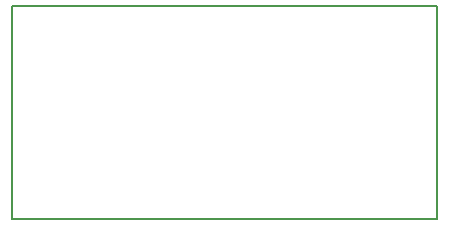
<source format=gbr>
%TF.GenerationSoftware,Altium Limited,Altium Designer,24.7.2 (38)*%
G04 Layer_Color=32768*
%FSLAX43Y43*%
%MOMM*%
%TF.SameCoordinates,D15D1D2A-FCB6-4C81-826D-5CEFA5F89A76*%
%TF.FilePolarity,Positive*%
%TF.FileFunction,Other,Outline*%
%TF.Part,Single*%
G01*
G75*
%TA.AperFunction,NonConductor*%
%ADD15C,0.200*%
D15*
X0Y0D02*
Y18034D01*
X36000D01*
Y0D02*
Y18034D01*
X0Y0D02*
X36000D01*
%TF.MD5,86dd02f528b6525da79ce045c55e4c01*%
M02*

</source>
